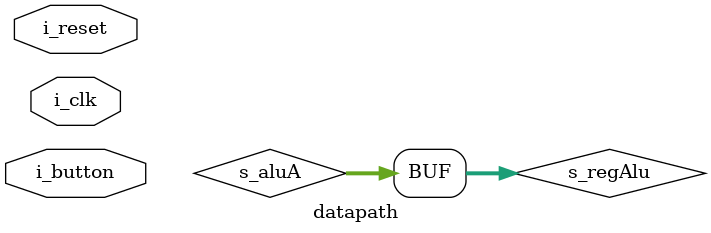
<source format=sv>
module datapath(
  input wire i_clk,
  input wire i_reset,
  input wire i_button
);

logic s_hlt;
wire s_clk;
wire s_ctrlHlt;
assign s_clk = i_clk & ~s_hlt;

always @* begin
  if (s_ctrlHlt) begin
    s_hlt <= 1;
  end
  if (i_reset | i_button) begin
    s_hlt <= 0;
  end
end

wire s_aluFlagN;
wire s_aluFlagNZ;


wire s_ctrlAluNOE;
wire s_ctrlAluSubShiftDir;
wire[1:0] s_ctrlAluOp;
wire s_ctrlAluWr;

wire s_ctrlRegWr0;
wire s_ctrlRegWr1;
wire s_ctrlRegBusSel;
wire s_ctrlRegNBusEn;
wire s_ctrlAluSel;

wire s_ctrlRamAddressEn;
wire s_ctrlRamWriteEn;
wire s_ctrlRamSelect;
wire s_ctrlImmediate;
wire s_ctrlRamOE;

wire s_ctrlLoadPC;
wire s_ctrlPCNOe;
wire s_ctrlWrOut;
wire s_ctrlIncrPC;

wire[15:0] s_instruction;

wire[15:0] s_aluA;
wire[15:0] s_aluB;
wire[15:0] s_aluY;

wire[15:0] s_regAlu;

wire[15:0] s_ramAddress;
wire[15:0] s_ramWriteData;
wire[15:0] s_ramReadData;

wire[15:0] s_pcAddr;
wire[15:0] s_pcData;

wire[15:0] s_iData;
wire[15:0] s_oData;

wire[15:0] s_BUS;

assign s_BUS = s_aluY;
assign s_BUS = s_iData;
assign s_BUS = s_ramReadData;
assign s_BUS = s_pcAddr;
assign s_aluB = s_BUS;
assign s_ramAddress = s_BUS;
assign s_ramWriteData = s_BUS;
assign s_pcData = s_BUS;
assign s_instruction = s_BUS;
assign s_oData = s_BUS;

assign s_aluA = s_regAlu;

control inst_control(
  .i_clk(s_clk),
  .i_reset(i_reset),

  .i_aluFlagN(s_aluFlagN),
  .i_aluFlagNZ(s_aluFlagNZ),

  .i_instruction(s_instruction[7:0]),

  .o_ctrlHlt(s_ctrlHlt),
  .o_ctrlAluNOE(s_ctrlAluNOE),
  .o_ctrlAluSubShiftDir(s_ctrlAluSubShiftDir),
  .o_ctrlAluOp(s_ctrlAluOp),
  .o_ctrlAluWr(s_ctrlAluWr),
  .o_ctrlRegWr0(s_ctrlRegWr0),
  .o_ctrlRegWr1(s_ctrlRegWr1),
  .o_ctrlRegBusSel(s_ctrlRegBusSel),
  .o_ctrlRegNBusEn(s_ctrlRegNBusEn),
  .o_ctrlAluSel(s_ctrlAluSel),
  .o_ctrlRamAddressEn(s_ctrlRamAddressEn),
  .o_ctrlRamWriteEn(s_ctrlRamWriteEn),
  .o_ctrlRamSelect(s_ctrlRamSelect),
  .o_ctrlImmediate(s_ctrlImmediate),
  .o_ctrlRamOE(s_ctrlRamOE),
  .o_ctrlLoadPC(s_ctrlLoadPC),
  .o_ctrlPCNOe(s_ctrlPCNOe),
  .o_ctrlWrOut(s_ctrlWrOut),
  .o_ctrlIncrPC(s_ctrlIncrPC),
  .o_ctrlInNoe(s_ctrlInNoe)
);

alu inst_alu(
  .i_clk(s_clk),
  .i_reset(i_reset),

  .i_a(s_aluA),
  .i_b(s_aluB),
  .o_y(s_aluY),
  
  .o_negative(s_aluFlagN),
  .o_nZero(s_aluFlagNZ),

  .i_noe(s_ctrlAluNOE),
  .i_subShiftDir(s_ctrlAluSubShiftDir),
  .i_aluOp(s_ctrlAluOp),
  .i_aluWr(s_ctrlAluWr)
);

regset inst_regs(
  .i_clk(s_clk),
  .i_reset(i_reset),

  .io_bus(s_BUS),
  .i_writeSel(s_ctrlRegWrSel),
  .i_we(s_ctrlRegWE),

  .i_outSel(s_ctrlRegOutSel),
  .i_noe(s_ctrlRegNOE)
);

io inst_io(
  .i_clk(s_clk),

  .i_data(s_oData),
  .o_data(s_iData),

  .i_wrOut(s_ctrlWrOut),
  .i_inNOe(s_ctrlInNoe)
);

ram inst_ram(
  .i_clk(s_clk),

  .i_address(s_ramAddress),
  .i_addressEn(s_ctrlRamAddressEn),

  .i_writeData(s_ramWriteData),
  .i_writeEn(s_ctrlRamWriteEn),

  .i_readDataSelect(s_ctrlRamSelect),
  .i_immediateSelect(s_ctrlImmediate),
  .o_readData(s_ramReadData),
  .i_outEnable(s_ctrlRamOE)
);

pc inst_pc(
  .i_clk(s_clk),
  .i_reset(i_reset),

  .i_data(s_pcData),
  .i_loadData(s_ctrlLoadPC),
  .i_incr(s_ctrlIncrPC),
  .i_noe(s_ctrlPCNOe),
  .o_addr(s_pcAddr)

);

endmodule
</source>
